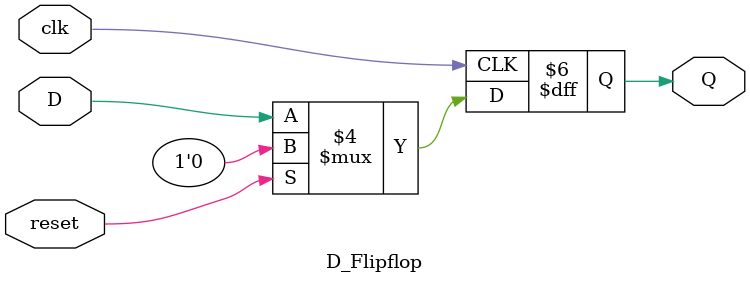
<source format=v>
module D_Flipflop (D,clk,reset,Q);
input D,clk,reset;
output reg Q;

always@(posedge clk)
begin
	if(reset==1'b1)
	begin
		Q<=1'b0;
	end
	else
	begin
		Q<=D;
	end
end

endmodule
</source>
